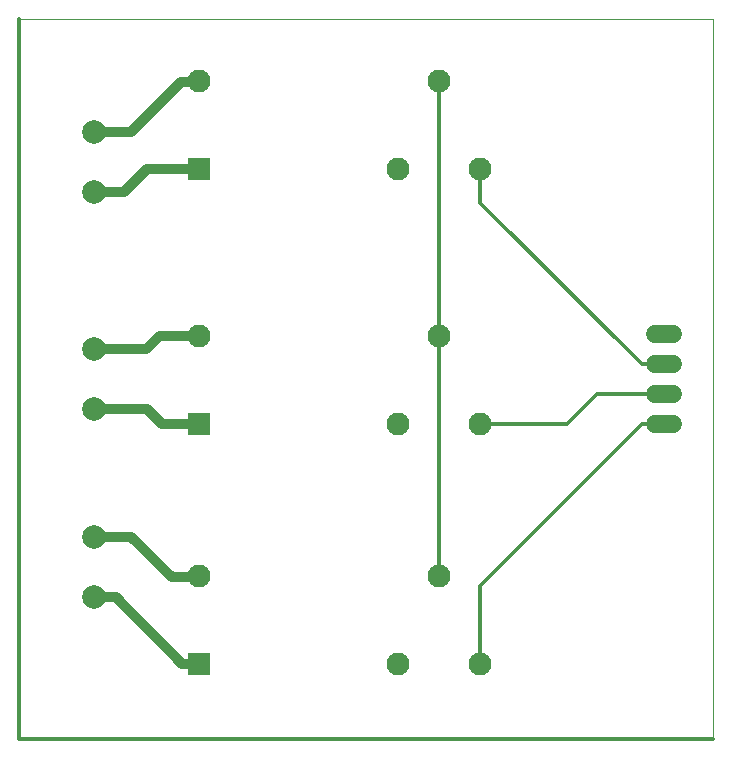
<source format=gtl>
G04 EAGLE Gerber RS-274X export*
G75*
%MOMM*%
%FSLAX34Y34*%
%LPD*%
%INTop Layer*%
%IPPOS*%
%AMOC8*
5,1,8,0,0,1.08239X$1,22.5*%
G01*
%ADD10C,0.304800*%
%ADD11C,0.000000*%
%ADD12C,1.950000*%
%ADD13R,1.950000X1.950000*%
%ADD14C,1.508000*%
%ADD15C,2.000000*%
%ADD16C,0.812800*%
%ADD17C,0.152400*%


D10*
X0Y0D02*
X587250Y0D01*
D11*
X587250Y609500D01*
X0Y609500D01*
D10*
X0Y0D01*
D12*
X355400Y138500D03*
X320400Y63500D03*
X390400Y63500D03*
D13*
X152400Y63500D03*
D12*
X152400Y138500D03*
X355400Y557600D03*
X320400Y482600D03*
X390400Y482600D03*
D13*
X152400Y482600D03*
D12*
X152400Y557600D03*
X355400Y341700D03*
X320400Y266700D03*
X390400Y266700D03*
D13*
X152400Y266700D03*
D12*
X152400Y341700D03*
D14*
X538560Y342900D02*
X553640Y342900D01*
X553640Y317500D02*
X538560Y317500D01*
X538560Y292100D02*
X553640Y292100D01*
X553640Y266700D02*
X538560Y266700D01*
D15*
X63250Y120439D03*
X63250Y171239D03*
X63250Y463339D03*
X63250Y514139D03*
X63250Y279189D03*
X63250Y329989D03*
D10*
X355092Y341376D02*
X355092Y138684D01*
X355400Y138500D01*
X355092Y341376D02*
X355400Y341700D01*
X355092Y342900D02*
X355092Y556260D01*
X355400Y557600D01*
X355092Y342900D02*
X355400Y341700D01*
D16*
X152400Y64008D02*
X138176Y64008D01*
X81745Y120439D01*
X63250Y120439D01*
D10*
X152400Y64008D02*
X152400Y63500D01*
D16*
X152400Y483108D02*
X108419Y483108D01*
X88650Y463339D01*
X63250Y463339D01*
D10*
X152400Y482600D02*
X152400Y483108D01*
D16*
X152400Y266700D02*
X120650Y266700D01*
X108161Y279189D02*
X63250Y279189D01*
X108161Y279189D02*
X120650Y266700D01*
D10*
X390400Y130050D02*
X390400Y63500D01*
X390400Y130050D02*
X527050Y266700D01*
X546100Y266700D01*
D17*
X545592Y291084D02*
X546100Y292100D01*
X391668Y266700D02*
X390400Y266700D01*
D10*
X488950Y292100D02*
X546100Y292100D01*
X488950Y292100D02*
X463550Y266700D01*
X390400Y266700D01*
X390400Y454150D02*
X390400Y482600D01*
X390400Y454150D02*
X527050Y317500D01*
X546100Y317500D01*
D16*
X152400Y137160D02*
X129079Y137160D01*
X95000Y171239D01*
X63250Y171239D01*
D10*
X152400Y138500D02*
X152400Y137160D01*
D16*
X152400Y341376D02*
X119126Y341376D01*
X107739Y329989D01*
X63250Y329989D01*
D10*
X152400Y341376D02*
X152400Y341700D01*
D16*
X152400Y556260D02*
X136652Y556260D01*
X94531Y514139D01*
X63250Y514139D01*
D10*
X152400Y556260D02*
X152400Y557600D01*
M02*

</source>
